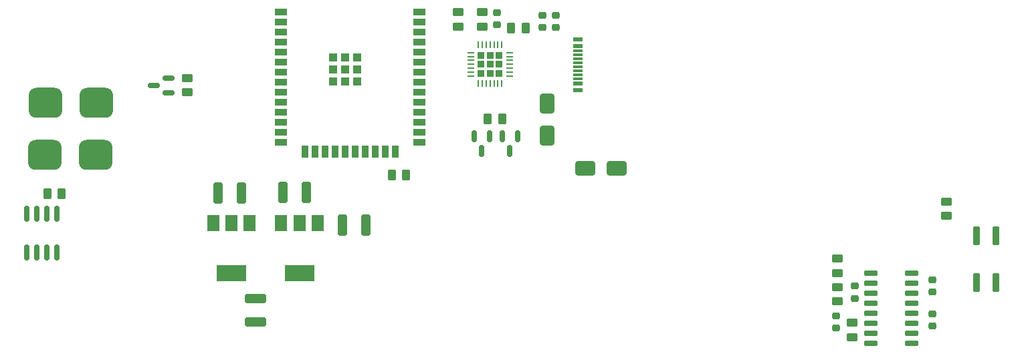
<source format=gbr>
%TF.GenerationSoftware,KiCad,Pcbnew,7.0.8-7.0.8~ubuntu22.04.1*%
%TF.CreationDate,2023-10-31T14:14:17+03:00*%
%TF.ProjectId,main-module,6d61696e-2d6d-46f6-9475-6c652e6b6963,rev?*%
%TF.SameCoordinates,Original*%
%TF.FileFunction,Paste,Top*%
%TF.FilePolarity,Positive*%
%FSLAX46Y46*%
G04 Gerber Fmt 4.6, Leading zero omitted, Abs format (unit mm)*
G04 Created by KiCad (PCBNEW 7.0.8-7.0.8~ubuntu22.04.1) date 2023-10-31 14:14:17*
%MOMM*%
%LPD*%
G01*
G04 APERTURE LIST*
G04 Aperture macros list*
%AMRoundRect*
0 Rectangle with rounded corners*
0 $1 Rounding radius*
0 $2 $3 $4 $5 $6 $7 $8 $9 X,Y pos of 4 corners*
0 Add a 4 corners polygon primitive as box body*
4,1,4,$2,$3,$4,$5,$6,$7,$8,$9,$2,$3,0*
0 Add four circle primitives for the rounded corners*
1,1,$1+$1,$2,$3*
1,1,$1+$1,$4,$5*
1,1,$1+$1,$6,$7*
1,1,$1+$1,$8,$9*
0 Add four rect primitives between the rounded corners*
20,1,$1+$1,$2,$3,$4,$5,0*
20,1,$1+$1,$4,$5,$6,$7,0*
20,1,$1+$1,$6,$7,$8,$9,0*
20,1,$1+$1,$8,$9,$2,$3,0*%
G04 Aperture macros list end*
%ADD10RoundRect,0.250000X0.450000X-0.262500X0.450000X0.262500X-0.450000X0.262500X-0.450000X-0.262500X0*%
%ADD11RoundRect,0.250000X1.100000X-0.325000X1.100000X0.325000X-1.100000X0.325000X-1.100000X-0.325000X0*%
%ADD12RoundRect,0.225000X-0.250000X0.225000X-0.250000X-0.225000X0.250000X-0.225000X0.250000X0.225000X0*%
%ADD13R,1.500000X2.000000*%
%ADD14R,3.800000X2.000000*%
%ADD15RoundRect,0.250000X-0.262500X-0.450000X0.262500X-0.450000X0.262500X0.450000X-0.262500X0.450000X0*%
%ADD16RoundRect,0.250000X-0.450000X0.262500X-0.450000X-0.262500X0.450000X-0.262500X0.450000X0.262500X0*%
%ADD17RoundRect,0.250000X0.262500X0.450000X-0.262500X0.450000X-0.262500X-0.450000X0.262500X-0.450000X0*%
%ADD18RoundRect,0.250000X0.325000X1.100000X-0.325000X1.100000X-0.325000X-1.100000X0.325000X-1.100000X0*%
%ADD19RoundRect,0.250000X-1.000000X-0.650000X1.000000X-0.650000X1.000000X0.650000X-1.000000X0.650000X0*%
%ADD20R,1.160000X0.600000*%
%ADD21R,1.160000X0.300000*%
%ADD22RoundRect,0.225000X0.250000X-0.225000X0.250000X0.225000X-0.250000X0.225000X-0.250000X-0.225000X0*%
%ADD23RoundRect,0.150000X-0.150000X0.587500X-0.150000X-0.587500X0.150000X-0.587500X0.150000X0.587500X0*%
%ADD24RoundRect,0.225000X0.225000X0.225000X-0.225000X0.225000X-0.225000X-0.225000X0.225000X-0.225000X0*%
%ADD25RoundRect,0.062500X0.337500X0.062500X-0.337500X0.062500X-0.337500X-0.062500X0.337500X-0.062500X0*%
%ADD26RoundRect,0.062500X0.062500X0.337500X-0.062500X0.337500X-0.062500X-0.337500X0.062500X-0.337500X0*%
%ADD27RoundRect,0.952500X-1.167500X-0.952500X1.167500X-0.952500X1.167500X0.952500X-1.167500X0.952500X0*%
%ADD28RoundRect,0.952500X1.167500X0.952500X-1.167500X0.952500X-1.167500X-0.952500X1.167500X-0.952500X0*%
%ADD29RoundRect,0.250000X-0.325000X-1.100000X0.325000X-1.100000X0.325000X1.100000X-0.325000X1.100000X0*%
%ADD30RoundRect,0.225000X-0.225000X-0.975000X0.225000X-0.975000X0.225000X0.975000X-0.225000X0.975000X0*%
%ADD31RoundRect,0.150000X-0.150000X0.825000X-0.150000X-0.825000X0.150000X-0.825000X0.150000X0.825000X0*%
%ADD32RoundRect,0.250000X0.650000X-1.000000X0.650000X1.000000X-0.650000X1.000000X-0.650000X-1.000000X0*%
%ADD33RoundRect,0.150000X-0.725000X-0.150000X0.725000X-0.150000X0.725000X0.150000X-0.725000X0.150000X0*%
%ADD34RoundRect,0.150000X0.587500X0.150000X-0.587500X0.150000X-0.587500X-0.150000X0.587500X-0.150000X0*%
%ADD35R,1.500000X0.900000*%
%ADD36R,0.900000X1.500000*%
%ADD37R,1.050000X1.050000*%
G04 APERTURE END LIST*
D10*
%TO.C,R5*%
X98935000Y-44812500D03*
X98935000Y-42987500D03*
%TD*%
D11*
%TO.C,C11*%
X73250000Y-82225000D03*
X73250000Y-79275000D03*
%TD*%
D12*
%TO.C,C23*%
X146750000Y-81475000D03*
X146750000Y-83025000D03*
%TD*%
D13*
%TO.C,U3*%
X72500000Y-69750000D03*
X70200000Y-69750000D03*
D14*
X70200000Y-76050000D03*
D13*
X67900000Y-69750000D03*
%TD*%
D15*
%TO.C,R4*%
X46887500Y-66000000D03*
X48712500Y-66000000D03*
%TD*%
D16*
%TO.C,R14*%
X146950000Y-77812500D03*
X146950000Y-79637500D03*
%TD*%
D17*
%TO.C,R1*%
X107447500Y-45000000D03*
X105622500Y-45000000D03*
%TD*%
D12*
%TO.C,C25*%
X149150000Y-77712500D03*
X149150000Y-79262500D03*
%TD*%
D15*
%TO.C,R18*%
X90487500Y-63600000D03*
X92312500Y-63600000D03*
%TD*%
D18*
%TO.C,C9*%
X71475000Y-65900000D03*
X68525000Y-65900000D03*
%TD*%
D16*
%TO.C,R21*%
X160750000Y-66975000D03*
X160750000Y-68800000D03*
%TD*%
D10*
%TO.C,R15*%
X146950000Y-76050000D03*
X146950000Y-74225000D03*
%TD*%
%TO.C,R9*%
X64572500Y-53162500D03*
X64572500Y-51337500D03*
%TD*%
D12*
%TO.C,C22*%
X158900000Y-81225000D03*
X158900000Y-82775000D03*
%TD*%
D19*
%TO.C,D2*%
X115000000Y-62750000D03*
X119000000Y-62750000D03*
%TD*%
D20*
%TO.C,J2*%
X114090000Y-52850000D03*
X114090000Y-52050000D03*
D21*
X114090000Y-50900000D03*
X114090000Y-49900000D03*
X114090000Y-49400000D03*
X114090000Y-48400000D03*
D20*
X114090000Y-47250000D03*
X114090000Y-46450000D03*
X114090000Y-46450000D03*
X114090000Y-47250000D03*
D21*
X114090000Y-47900000D03*
X114090000Y-48900000D03*
X114090000Y-50400000D03*
X114090000Y-51400000D03*
D20*
X114090000Y-52050000D03*
X114090000Y-52850000D03*
%TD*%
D18*
%TO.C,C10*%
X79675000Y-65850000D03*
X76725000Y-65850000D03*
%TD*%
D17*
%TO.C,R7*%
X104462500Y-56500000D03*
X102637500Y-56500000D03*
%TD*%
D22*
%TO.C,C21*%
X158900000Y-78462500D03*
X158900000Y-76912500D03*
%TD*%
%TO.C,C3*%
X103835000Y-44575000D03*
X103835000Y-43025000D03*
%TD*%
D23*
%TO.C,Q4*%
X102850000Y-58700000D03*
X100950000Y-58700000D03*
X101900000Y-60575000D03*
%TD*%
D24*
%TO.C,U1*%
X104055000Y-50720000D03*
X104055000Y-49600000D03*
X104055000Y-48480000D03*
X102935000Y-50720000D03*
X102935000Y-49600000D03*
X102935000Y-48480000D03*
X101815000Y-50720000D03*
X101815000Y-49600000D03*
X101815000Y-48480000D03*
D25*
X105385000Y-51100000D03*
X105385000Y-50600000D03*
X105385000Y-50100000D03*
X105385000Y-49600000D03*
X105385000Y-49100000D03*
X105385000Y-48600000D03*
X105385000Y-48100000D03*
D26*
X104435000Y-47150000D03*
X103935000Y-47150000D03*
X103435000Y-47150000D03*
X102935000Y-47150000D03*
X102435000Y-47150000D03*
X101935000Y-47150000D03*
X101435000Y-47150000D03*
D25*
X100485000Y-48100000D03*
X100485000Y-48600000D03*
X100485000Y-49100000D03*
X100485000Y-49600000D03*
X100485000Y-50100000D03*
X100485000Y-50600000D03*
X100485000Y-51100000D03*
D26*
X101435000Y-52050000D03*
X101935000Y-52050000D03*
X102435000Y-52050000D03*
X102935000Y-52050000D03*
X103435000Y-52050000D03*
X103935000Y-52050000D03*
X104435000Y-52050000D03*
%TD*%
D27*
%TO.C,F2*%
X46610000Y-61100000D03*
X53020000Y-61100000D03*
%TD*%
D28*
%TO.C,F1*%
X53060000Y-54500000D03*
X46650000Y-54500000D03*
%TD*%
D29*
%TO.C,C12*%
X84275000Y-70000000D03*
X87225000Y-70000000D03*
%TD*%
D22*
%TO.C,C5*%
X109600000Y-44925000D03*
X109600000Y-43375000D03*
%TD*%
D30*
%TO.C,D6*%
X167000000Y-71287500D03*
X164500000Y-71287500D03*
X164500000Y-77287500D03*
X167000000Y-77287500D03*
%TD*%
D31*
%TO.C,Q2*%
X48105000Y-68525000D03*
X46835000Y-68525000D03*
X45565000Y-68525000D03*
X44295000Y-68525000D03*
X44295000Y-73475000D03*
X45565000Y-73475000D03*
X46835000Y-73475000D03*
X48105000Y-73475000D03*
%TD*%
D22*
%TO.C,C6*%
X111300000Y-44925000D03*
X111300000Y-43375000D03*
%TD*%
D32*
%TO.C,D1*%
X110200000Y-58600000D03*
X110200000Y-54600000D03*
%TD*%
D33*
%TO.C,U9*%
X151175000Y-76055000D03*
X151175000Y-77325000D03*
X151175000Y-78595000D03*
X151175000Y-79865000D03*
X151175000Y-81135000D03*
X151175000Y-82405000D03*
X151175000Y-83675000D03*
X151175000Y-84945000D03*
X156325000Y-84945000D03*
X156325000Y-83675000D03*
X156325000Y-82405000D03*
X156325000Y-81135000D03*
X156325000Y-79865000D03*
X156325000Y-78595000D03*
X156325000Y-77325000D03*
X156325000Y-76055000D03*
%TD*%
D13*
%TO.C,U4*%
X81100000Y-69750000D03*
X78800000Y-69750000D03*
D14*
X78800000Y-76050000D03*
D13*
X76500000Y-69750000D03*
%TD*%
D34*
%TO.C,Q6*%
X62272500Y-53250000D03*
X62272500Y-51350000D03*
X60397500Y-52300000D03*
%TD*%
D16*
%TO.C,R13*%
X148750000Y-82337500D03*
X148750000Y-84162500D03*
%TD*%
D35*
%TO.C,U8*%
X76492500Y-42935000D03*
X76492500Y-44205000D03*
X76492500Y-45475000D03*
X76492500Y-46745000D03*
X76492500Y-48015000D03*
X76492500Y-49285000D03*
X76492500Y-50555000D03*
X76492500Y-51825000D03*
X76492500Y-53095000D03*
X76492500Y-54365000D03*
X76492500Y-55635000D03*
X76492500Y-56905000D03*
X76492500Y-58175000D03*
X76492500Y-59445000D03*
D36*
X79532500Y-60695000D03*
X80802500Y-60695000D03*
X82072500Y-60695000D03*
X83342500Y-60695000D03*
X84612500Y-60695000D03*
X85882500Y-60695000D03*
X87152500Y-60695000D03*
X88422500Y-60695000D03*
X89692500Y-60695000D03*
X90962500Y-60695000D03*
D35*
X93992500Y-59445000D03*
X93992500Y-58175000D03*
X93992500Y-56905000D03*
X93992500Y-55635000D03*
X93992500Y-54365000D03*
X93992500Y-53095000D03*
X93992500Y-51825000D03*
X93992500Y-50555000D03*
X93992500Y-49285000D03*
X93992500Y-48015000D03*
X93992500Y-46745000D03*
X93992500Y-45475000D03*
X93992500Y-44205000D03*
X93992500Y-42935000D03*
D37*
X83037500Y-48750000D03*
X83037500Y-50275000D03*
X83037500Y-51800000D03*
X84562500Y-48750000D03*
X84562500Y-50275000D03*
X84562500Y-51800000D03*
X86087500Y-48750000D03*
X86087500Y-50275000D03*
X86087500Y-51800000D03*
%TD*%
D23*
%TO.C,Q3*%
X106400000Y-58700000D03*
X104500000Y-58700000D03*
X105450000Y-60575000D03*
%TD*%
D10*
%TO.C,R2*%
X101935000Y-44812500D03*
X101935000Y-42987500D03*
%TD*%
M02*

</source>
